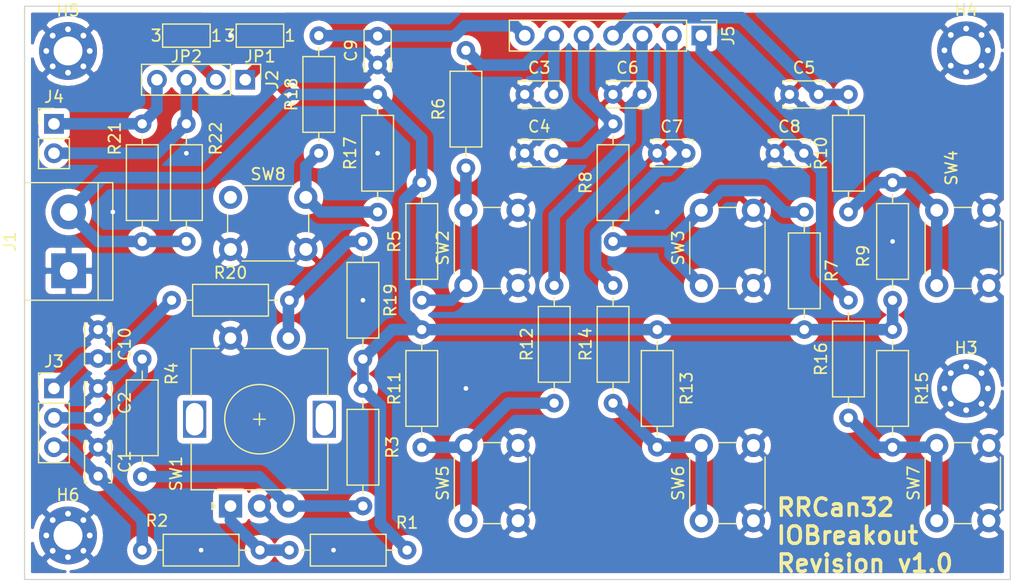
<source format=kicad_pcb>
(kicad_pcb (version 20171130) (host pcbnew "(5.1.2)-1")
  (layers (0 F.Cu signal) (31 B.Cu signal) (34 B.Paste user) (35 F.Paste user) (36 B.SilkS user) (37 F.SilkS user) (38 B.Mask user) (39 F.Mask user) (44 Edge.Cuts user))
  (net 0 "")
  (net 1 /Encoder_A)
  (net 2 GND)
  (net 3 /EncoderB)
  (net 4 /F0)
  (net 5 /F1)
  (net 6 /F2)
  (net 7 /F3)
  (net 8 /F4)
  (net 9 /Shift)
  (net 10 /Stop)
  (net 11 /Encoder_Button)
  (net 12 VCC)
  (net 13 /I2C_SCL)
  (net 14 /I2C_SDA)
  (net 15 "Net-(J2-Pad2)")
  (net 16 "Net-(J2-Pad1)")
  (net 17 "Net-(R1-Pad1)")
  (net 18 "Net-(R3-Pad1)")
  (net 19 "Net-(R5-Pad1)")
  (net 20 "Net-(R7-Pad1)")
  (net 21 "Net-(R10-Pad1)")
  (net 22 "Net-(R11-Pad1)")
  (net 23 "Net-(R13-Pad1)")
  (net 24 "Net-(R15-Pad1)")
  (net 25 "Net-(R17-Pad1)")
  (net 26 "Net-(R19-Pad1)")
  (module Resistor_THT:R_Axial_DIN0207_L6.3mm_D2.5mm_P10.16mm_Horizontal (layer F.Cu) (at 29.21 35.56 90)
    (fp_text reference R22 (at 8.89 2.54 90) (layer F.SilkS))
    (fp_text value 10k)
    (pad 2 thru_hole oval (at 10.16 0 90) (size 1.6 1.6) (drill 0.8) (layers *.Cu *.Mask) (net 14 /I2C_SDA))
    (pad 1 thru_hole circle (at 0 0 90) (size 1.6 1.6) (drill 0.8) (layers *.Cu *.Mask) (net 12 VCC))
  )
  (module Resistor_THT:R_Axial_DIN0207_L6.3mm_D2.5mm_P10.16mm_Horizontal (layer F.Cu) (at 25.4 35.56 90)
    (fp_text reference R21 (at 8.89 -2.37 90) (layer F.SilkS))
    (fp_text value 10k)
    (pad 2 thru_hole oval (at 10.16 0 90) (size 1.6 1.6) (drill 0.8) (layers *.Cu *.Mask) (net 13 /I2C_SCL))
    (pad 1 thru_hole circle (at 0 0 90) (size 1.6 1.6) (drill 0.8) (layers *.Cu *.Mask) (net 12 VCC))
  )
  (module Button_Switch_THT:SW_PUSH_6mm_H9.5mm (layer F.Cu) (at 33.02 31.75)
    (fp_text reference SW8 (at 3.25 -2) (layer F.SilkS))
    (fp_text value Stop)
    (pad 1 thru_hole circle (at 6.5 0 90) (size 2 2) (drill 1.1) (layers *.Cu *.Mask) (net 25 "Net-(R17-Pad1)"))
    (pad 2 thru_hole circle (at 6.5 4.5 90) (size 2 2) (drill 1.1) (layers *.Cu *.Mask) (net 2 GND))
    (pad 1 thru_hole circle (at 0 0 90) (size 2 2) (drill 1.1) (layers *.Cu *.Mask) (net 25 "Net-(R17-Pad1)"))
    (pad 2 thru_hole circle (at 0 4.5 90) (size 2 2) (drill 1.1) (layers *.Cu *.Mask) (net 2 GND))
  )
  (module Button_Switch_THT:SW_PUSH_6mm_H9.5mm (layer F.Cu) (at 93.98 59.69 90)
    (fp_text reference SW7 (at 3.25 -2 90) (layer F.SilkS))
    (fp_text value Shift)
    (pad 1 thru_hole circle (at 6.5 0 180) (size 2 2) (drill 1.1) (layers *.Cu *.Mask) (net 24 "Net-(R15-Pad1)"))
    (pad 2 thru_hole circle (at 6.5 4.5 180) (size 2 2) (drill 1.1) (layers *.Cu *.Mask) (net 2 GND))
    (pad 1 thru_hole circle (at 0 0 180) (size 2 2) (drill 1.1) (layers *.Cu *.Mask) (net 24 "Net-(R15-Pad1)"))
    (pad 2 thru_hole circle (at 0 4.5 180) (size 2 2) (drill 1.1) (layers *.Cu *.Mask) (net 2 GND))
  )
  (module Button_Switch_THT:SW_PUSH_6mm_H9.5mm (layer F.Cu) (at 73.66 59.69 90)
    (fp_text reference SW6 (at 3.25 -2 90) (layer F.SilkS))
    (fp_text value SW_F4)
    (pad 1 thru_hole circle (at 6.5 0 180) (size 2 2) (drill 1.1) (layers *.Cu *.Mask) (net 23 "Net-(R13-Pad1)"))
    (pad 2 thru_hole circle (at 6.5 4.5 180) (size 2 2) (drill 1.1) (layers *.Cu *.Mask) (net 2 GND))
    (pad 1 thru_hole circle (at 0 0 180) (size 2 2) (drill 1.1) (layers *.Cu *.Mask) (net 23 "Net-(R13-Pad1)"))
    (pad 2 thru_hole circle (at 0 4.5 180) (size 2 2) (drill 1.1) (layers *.Cu *.Mask) (net 2 GND))
  )
  (module Button_Switch_THT:SW_PUSH_6mm_H9.5mm (layer F.Cu) (at 53.34 59.69 90)
    (fp_text reference SW5 (at 3.25 -2 90) (layer F.SilkS))
    (fp_text value SW_F3)
    (pad 1 thru_hole circle (at 6.5 0 180) (size 2 2) (drill 1.1) (layers *.Cu *.Mask) (net 22 "Net-(R11-Pad1)"))
    (pad 2 thru_hole circle (at 6.5 4.5 180) (size 2 2) (drill 1.1) (layers *.Cu *.Mask) (net 2 GND))
    (pad 1 thru_hole circle (at 0 0 180) (size 2 2) (drill 1.1) (layers *.Cu *.Mask) (net 22 "Net-(R11-Pad1)"))
    (pad 2 thru_hole circle (at 0 4.5 180) (size 2 2) (drill 1.1) (layers *.Cu *.Mask) (net 2 GND))
  )
  (module Button_Switch_THT:SW_PUSH_6mm_H9.5mm (layer F.Cu) (at 93.98 39.37 90)
    (fp_text reference SW4 (at 10.16 1.27 90) (layer F.SilkS))
    (fp_text value SW_F2)
    (pad 1 thru_hole circle (at 6.5 0 180) (size 2 2) (drill 1.1) (layers *.Cu *.Mask) (net 21 "Net-(R10-Pad1)"))
    (pad 2 thru_hole circle (at 6.5 4.5 180) (size 2 2) (drill 1.1) (layers *.Cu *.Mask) (net 2 GND))
    (pad 1 thru_hole circle (at 0 0 180) (size 2 2) (drill 1.1) (layers *.Cu *.Mask) (net 21 "Net-(R10-Pad1)"))
    (pad 2 thru_hole circle (at 0 4.5 180) (size 2 2) (drill 1.1) (layers *.Cu *.Mask) (net 2 GND))
  )
  (module Button_Switch_THT:SW_PUSH_6mm_H9.5mm (layer F.Cu) (at 73.66 39.37 90)
    (fp_text reference SW3 (at 3.25 -2 90) (layer F.SilkS))
    (fp_text value SW_F1)
    (pad 1 thru_hole circle (at 6.5 0 180) (size 2 2) (drill 1.1) (layers *.Cu *.Mask) (net 20 "Net-(R7-Pad1)"))
    (pad 2 thru_hole circle (at 6.5 4.5 180) (size 2 2) (drill 1.1) (layers *.Cu *.Mask) (net 2 GND))
    (pad 1 thru_hole circle (at 0 0 180) (size 2 2) (drill 1.1) (layers *.Cu *.Mask) (net 20 "Net-(R7-Pad1)"))
    (pad 2 thru_hole circle (at 0 4.5 180) (size 2 2) (drill 1.1) (layers *.Cu *.Mask) (net 2 GND))
  )
  (module Button_Switch_THT:SW_PUSH_6mm_H9.5mm (layer F.Cu) (at 53.34 39.37 90)
    (fp_text reference SW2 (at 3.25 -2 90) (layer F.SilkS))
    (fp_text value SW_F0)
    (pad 1 thru_hole circle (at 6.5 0 180) (size 2 2) (drill 1.1) (layers *.Cu *.Mask) (net 19 "Net-(R5-Pad1)"))
    (pad 2 thru_hole circle (at 6.5 4.5 180) (size 2 2) (drill 1.1) (layers *.Cu *.Mask) (net 2 GND))
    (pad 1 thru_hole circle (at 0 0 180) (size 2 2) (drill 1.1) (layers *.Cu *.Mask) (net 19 "Net-(R5-Pad1)"))
    (pad 2 thru_hole circle (at 0 4.5 180) (size 2 2) (drill 1.1) (layers *.Cu *.Mask) (net 2 GND))
  )
  (module Rotary_Encoder:RotaryEncoder_Alps_EC11E-Switch_Vertical_H20mm (layer F.Cu) (at 33.02 58.42 90)
    (fp_text reference SW1 (at 2.8 -4.7 90) (layer F.SilkS))
    (fp_text value Rotary_Encoder_Switch)
    (pad A thru_hole rect (at 0 0 90) (size 2 2) (drill 1) (layers *.Cu *.Mask) (net 17 "Net-(R1-Pad1)"))
    (pad C thru_hole circle (at 0 2.5 90) (size 2 2) (drill 1) (layers *.Cu *.Mask) (net 2 GND))
    (pad B thru_hole circle (at 0 5 90) (size 2 2) (drill 1) (layers *.Cu *.Mask) (net 18 "Net-(R3-Pad1)"))
    (pad MP thru_hole rect (at 7.5 -3.1 90) (size 3.2 2) (drill oval 2.8 1.5) (layers *.Cu *.Mask))
    (pad MP thru_hole rect (at 7.5 8.1 90) (size 3.2 2) (drill oval 2.8 1.5) (layers *.Cu *.Mask))
    (pad S2 thru_hole circle (at 14.5 0 90) (size 2 2) (drill 1) (layers *.Cu *.Mask) (net 2 GND))
    (pad S1 thru_hole circle (at 14.5 5 90) (size 2 2) (drill 1) (layers *.Cu *.Mask) (net 26 "Net-(R19-Pad1)"))
  )
  (module Resistor_THT:R_Axial_DIN0207_L6.3mm_D2.5mm_P10.16mm_Horizontal (layer F.Cu) (at 27.94 40.64)
    (fp_text reference R20 (at 5.08 -2.37) (layer F.SilkS))
    (fp_text value 10k)
    (pad 2 thru_hole oval (at 10.16 0) (size 1.6 1.6) (drill 0.8) (layers *.Cu *.Mask) (net 26 "Net-(R19-Pad1)"))
    (pad 1 thru_hole circle (at 0 0) (size 1.6 1.6) (drill 0.8) (layers *.Cu *.Mask) (net 11 /Encoder_Button))
  )
  (module Resistor_THT:R_Axial_DIN0207_L6.3mm_D2.5mm_P10.16mm_Horizontal (layer F.Cu) (at 44.45 35.56 270)
    (fp_text reference R19 (at 5.08 -2.37 90) (layer F.SilkS))
    (fp_text value 10k)
    (pad 2 thru_hole oval (at 10.16 0 270) (size 1.6 1.6) (drill 0.8) (layers *.Cu *.Mask) (net 12 VCC))
    (pad 1 thru_hole circle (at 0 0 270) (size 1.6 1.6) (drill 0.8) (layers *.Cu *.Mask) (net 26 "Net-(R19-Pad1)"))
  )
  (module Resistor_THT:R_Axial_DIN0207_L6.3mm_D2.5mm_P10.16mm_Horizontal (layer F.Cu) (at 40.64 27.94 90)
    (fp_text reference R18 (at 5.08 -2.37 90) (layer F.SilkS))
    (fp_text value 10k)
    (pad 2 thru_hole oval (at 10.16 0 90) (size 1.6 1.6) (drill 0.8) (layers *.Cu *.Mask) (net 10 /Stop))
    (pad 1 thru_hole circle (at 0 0 90) (size 1.6 1.6) (drill 0.8) (layers *.Cu *.Mask) (net 25 "Net-(R17-Pad1)"))
  )
  (module Resistor_THT:R_Axial_DIN0207_L6.3mm_D2.5mm_P10.16mm_Horizontal (layer F.Cu) (at 45.72 33.02 90)
    (fp_text reference R17 (at 5.08 -2.37 90) (layer F.SilkS))
    (fp_text value 10k)
    (pad 2 thru_hole oval (at 10.16 0 90) (size 1.6 1.6) (drill 0.8) (layers *.Cu *.Mask) (net 12 VCC))
    (pad 1 thru_hole circle (at 0 0 90) (size 1.6 1.6) (drill 0.8) (layers *.Cu *.Mask) (net 25 "Net-(R17-Pad1)"))
  )
  (module Resistor_THT:R_Axial_DIN0207_L6.3mm_D2.5mm_P10.16mm_Horizontal (layer F.Cu) (at 86.36 50.8 90)
    (fp_text reference R16 (at 5.08 -2.37 90) (layer F.SilkS))
    (fp_text value 10k)
    (pad 2 thru_hole oval (at 10.16 0 90) (size 1.6 1.6) (drill 0.8) (layers *.Cu *.Mask) (net 9 /Shift))
    (pad 1 thru_hole circle (at 0 0 90) (size 1.6 1.6) (drill 0.8) (layers *.Cu *.Mask) (net 24 "Net-(R15-Pad1)"))
  )
  (module Resistor_THT:R_Axial_DIN0207_L6.3mm_D2.5mm_P10.16mm_Horizontal (layer F.Cu) (at 90.17 53.34 90)
    (fp_text reference R15 (at 5.08 2.54 90) (layer F.SilkS))
    (fp_text value 10k)
    (pad 2 thru_hole oval (at 10.16 0 90) (size 1.6 1.6) (drill 0.8) (layers *.Cu *.Mask) (net 12 VCC))
    (pad 1 thru_hole circle (at 0 0 90) (size 1.6 1.6) (drill 0.8) (layers *.Cu *.Mask) (net 24 "Net-(R15-Pad1)"))
  )
  (module Resistor_THT:R_Axial_DIN0207_L6.3mm_D2.5mm_P10.16mm_Horizontal (layer F.Cu) (at 66.04 49.53 90)
    (fp_text reference R14 (at 5.08 -2.37 90) (layer F.SilkS))
    (fp_text value 10k)
    (pad 2 thru_hole oval (at 10.16 0 90) (size 1.6 1.6) (drill 0.8) (layers *.Cu *.Mask) (net 8 /F4))
    (pad 1 thru_hole circle (at 0 0 90) (size 1.6 1.6) (drill 0.8) (layers *.Cu *.Mask) (net 23 "Net-(R13-Pad1)"))
  )
  (module Resistor_THT:R_Axial_DIN0207_L6.3mm_D2.5mm_P10.16mm_Horizontal (layer F.Cu) (at 69.85 53.34 90)
    (fp_text reference R13 (at 5.08 2.54 90) (layer F.SilkS))
    (fp_text value 10k)
    (pad 2 thru_hole oval (at 10.16 0 90) (size 1.6 1.6) (drill 0.8) (layers *.Cu *.Mask) (net 12 VCC))
    (pad 1 thru_hole circle (at 0 0 90) (size 1.6 1.6) (drill 0.8) (layers *.Cu *.Mask) (net 23 "Net-(R13-Pad1)"))
  )
  (module Resistor_THT:R_Axial_DIN0207_L6.3mm_D2.5mm_P10.16mm_Horizontal (layer F.Cu) (at 60.96 49.53 90)
    (fp_text reference R12 (at 5.08 -2.37 90) (layer F.SilkS))
    (fp_text value 10k)
    (pad 2 thru_hole oval (at 10.16 0 90) (size 1.6 1.6) (drill 0.8) (layers *.Cu *.Mask) (net 7 /F3))
    (pad 1 thru_hole circle (at 0 0 90) (size 1.6 1.6) (drill 0.8) (layers *.Cu *.Mask) (net 22 "Net-(R11-Pad1)"))
  )
  (module Resistor_THT:R_Axial_DIN0207_L6.3mm_D2.5mm_P10.16mm_Horizontal (layer F.Cu) (at 49.53 53.34 90)
    (fp_text reference R11 (at 5.08 -2.37 90) (layer F.SilkS))
    (fp_text value 10k)
    (pad 2 thru_hole oval (at 10.16 0 90) (size 1.6 1.6) (drill 0.8) (layers *.Cu *.Mask) (net 12 VCC))
    (pad 1 thru_hole circle (at 0 0 90) (size 1.6 1.6) (drill 0.8) (layers *.Cu *.Mask) (net 22 "Net-(R11-Pad1)"))
  )
  (module Resistor_THT:R_Axial_DIN0207_L6.3mm_D2.5mm_P10.16mm_Horizontal (layer F.Cu) (at 86.36 33.02 90)
    (fp_text reference R10 (at 5.08 -2.37 90) (layer F.SilkS))
    (fp_text value 10k)
    (pad 2 thru_hole oval (at 10.16 0 90) (size 1.6 1.6) (drill 0.8) (layers *.Cu *.Mask) (net 6 /F2))
    (pad 1 thru_hole circle (at 0 0 90) (size 1.6 1.6) (drill 0.8) (layers *.Cu *.Mask) (net 21 "Net-(R10-Pad1)"))
  )
  (module Resistor_THT:R_Axial_DIN0207_L6.3mm_D2.5mm_P10.16mm_Horizontal (layer F.Cu) (at 90.17 30.48 270)
    (fp_text reference R9 (at 6.35 2.54 90) (layer F.SilkS))
    (fp_text value 10k)
    (pad 2 thru_hole oval (at 10.16 0 270) (size 1.6 1.6) (drill 0.8) (layers *.Cu *.Mask) (net 12 VCC))
    (pad 1 thru_hole circle (at 0 0 270) (size 1.6 1.6) (drill 0.8) (layers *.Cu *.Mask) (net 21 "Net-(R10-Pad1)"))
  )
  (module Resistor_THT:R_Axial_DIN0207_L6.3mm_D2.5mm_P10.16mm_Horizontal (layer F.Cu) (at 66.04 35.56 90)
    (fp_text reference R8 (at 5.08 -2.37 90) (layer F.SilkS))
    (fp_text value 10k)
    (pad 2 thru_hole oval (at 10.16 0 90) (size 1.6 1.6) (drill 0.8) (layers *.Cu *.Mask) (net 5 /F1))
    (pad 1 thru_hole circle (at 0 0 90) (size 1.6 1.6) (drill 0.8) (layers *.Cu *.Mask) (net 20 "Net-(R7-Pad1)"))
  )
  (module Resistor_THT:R_Axial_DIN0207_L6.3mm_D2.5mm_P10.16mm_Horizontal (layer F.Cu) (at 82.55 33.02 270)
    (fp_text reference R7 (at 5.08 -2.37 90) (layer F.SilkS))
    (fp_text value 10k)
    (pad 2 thru_hole oval (at 10.16 0 270) (size 1.6 1.6) (drill 0.8) (layers *.Cu *.Mask) (net 12 VCC))
    (pad 1 thru_hole circle (at 0 0 270) (size 1.6 1.6) (drill 0.8) (layers *.Cu *.Mask) (net 20 "Net-(R7-Pad1)"))
  )
  (module Resistor_THT:R_Axial_DIN0207_L6.3mm_D2.5mm_P10.16mm_Horizontal (layer F.Cu) (at 53.34 29.21 90)
    (fp_text reference R6 (at 5.08 -2.37 90) (layer F.SilkS))
    (fp_text value 10k)
    (pad 2 thru_hole oval (at 10.16 0 90) (size 1.6 1.6) (drill 0.8) (layers *.Cu *.Mask) (net 4 /F0))
    (pad 1 thru_hole circle (at 0 0 90) (size 1.6 1.6) (drill 0.8) (layers *.Cu *.Mask) (net 19 "Net-(R5-Pad1)"))
  )
  (module Resistor_THT:R_Axial_DIN0207_L6.3mm_D2.5mm_P10.16mm_Horizontal (layer F.Cu) (at 49.53 40.64 90)
    (fp_text reference R5 (at 5.08 -2.37 90) (layer F.SilkS))
    (fp_text value 10k)
    (pad 2 thru_hole oval (at 10.16 0 90) (size 1.6 1.6) (drill 0.8) (layers *.Cu *.Mask) (net 12 VCC))
    (pad 1 thru_hole circle (at 0 0 90) (size 1.6 1.6) (drill 0.8) (layers *.Cu *.Mask) (net 19 "Net-(R5-Pad1)"))
  )
  (module Resistor_THT:R_Axial_DIN0207_L6.3mm_D2.5mm_P10.16mm_Horizontal (layer F.Cu) (at 25.4 55.88 90)
    (fp_text reference R4 (at 8.89 2.54 90) (layer F.SilkS))
    (fp_text value 10k)
    (pad 2 thru_hole oval (at 10.16 0 90) (size 1.6 1.6) (drill 0.8) (layers *.Cu *.Mask) (net 3 /EncoderB))
    (pad 1 thru_hole circle (at 0 0 90) (size 1.6 1.6) (drill 0.8) (layers *.Cu *.Mask) (net 18 "Net-(R3-Pad1)"))
  )
  (module Resistor_THT:R_Axial_DIN0207_L6.3mm_D2.5mm_P10.16mm_Horizontal (layer F.Cu) (at 44.45 58.42 90)
    (fp_text reference R3 (at 5.08 2.54 90) (layer F.SilkS))
    (fp_text value 10k)
    (pad 2 thru_hole oval (at 10.16 0 90) (size 1.6 1.6) (drill 0.8) (layers *.Cu *.Mask) (net 12 VCC))
    (pad 1 thru_hole circle (at 0 0 90) (size 1.6 1.6) (drill 0.8) (layers *.Cu *.Mask) (net 18 "Net-(R3-Pad1)"))
  )
  (module Resistor_THT:R_Axial_DIN0207_L6.3mm_D2.5mm_P10.16mm_Horizontal (layer F.Cu) (at 35.56 62.23 180)
    (fp_text reference R2 (at 8.89 2.54) (layer F.SilkS))
    (fp_text value 10k)
    (pad 2 thru_hole oval (at 10.16 0 180) (size 1.6 1.6) (drill 0.8) (layers *.Cu *.Mask) (net 1 /Encoder_A))
    (pad 1 thru_hole circle (at 0 0 180) (size 1.6 1.6) (drill 0.8) (layers *.Cu *.Mask) (net 17 "Net-(R1-Pad1)"))
  )
  (module Resistor_THT:R_Axial_DIN0207_L6.3mm_D2.5mm_P10.16mm_Horizontal (layer F.Cu) (at 38.1 62.23)
    (fp_text reference R1 (at 10.16 -2.37) (layer F.SilkS))
    (fp_text value 10k)
    (pad 2 thru_hole oval (at 10.16 0) (size 1.6 1.6) (drill 0.8) (layers *.Cu *.Mask) (net 12 VCC))
    (pad 1 thru_hole circle (at 0 0) (size 1.6 1.6) (drill 0.8) (layers *.Cu *.Mask) (net 17 "Net-(R1-Pad1)"))
  )
  (module Jumper:SolderJumper-3_P1.3mm_Open_Pad1.0x1.5mm_NumberLabels (layer F.Cu) (at 29.21 17.78 180)
    (fp_text reference JP2 (at 0 -1.8) (layer F.SilkS))
    (fp_text value PIN2)
    (fp_text user 1 (at -2.6 0) (layer F.SilkS))
    (fp_text user 3 (at 2.6 0) (layer F.SilkS))
    (pad 1 smd rect (at -1.3 0 180) (size 1 1.5) (layers F.Cu F.Mask) (net 12 VCC))
    (pad 2 smd rect (at 0 0 180) (size 1 1.5) (layers F.Cu F.Mask) (net 15 "Net-(J2-Pad2)"))
    (pad 3 smd rect (at 1.3 0 180) (size 1 1.5) (layers F.Cu F.Mask) (net 2 GND))
  )
  (module Jumper:SolderJumper-3_P1.3mm_Open_Pad1.0x1.5mm_NumberLabels (layer F.Cu) (at 35.56 17.78 180)
    (fp_text reference JP1 (at 0 -1.8) (layer F.SilkS))
    (fp_text value PIN1)
    (fp_text user 1 (at -2.6 0) (layer F.SilkS))
    (fp_text user 3 (at 2.6 0) (layer F.SilkS))
    (pad 1 smd rect (at -1.3 0 180) (size 1 1.5) (layers F.Cu F.Mask) (net 12 VCC))
    (pad 2 smd rect (at 0 0 180) (size 1 1.5) (layers F.Cu F.Mask) (net 16 "Net-(J2-Pad1)"))
    (pad 3 smd rect (at 1.3 0 180) (size 1 1.5) (layers F.Cu F.Mask) (net 2 GND))
  )
  (module Connector_PinHeader_2.54mm:PinHeader_1x07_P2.54mm_Vertical (layer F.Cu) (at 73.66 17.78 270)
    (fp_text reference J5 (at 0 -2.33 90) (layer F.SilkS))
    (fp_text value Buttons)
    (pad 7 thru_hole oval (at 0 15.24 270) (size 1.7 1.7) (drill 1) (layers *.Cu *.Mask) (net 10 /Stop))
    (pad 6 thru_hole oval (at 0 12.7 270) (size 1.7 1.7) (drill 1) (layers *.Cu *.Mask) (net 4 /F0))
    (pad 5 thru_hole oval (at 0 10.16 270) (size 1.7 1.7) (drill 1) (layers *.Cu *.Mask) (net 5 /F1))
    (pad 4 thru_hole oval (at 0 7.62 270) (size 1.7 1.7) (drill 1) (layers *.Cu *.Mask) (net 6 /F2))
    (pad 3 thru_hole oval (at 0 5.08 270) (size 1.7 1.7) (drill 1) (layers *.Cu *.Mask) (net 7 /F3))
    (pad 2 thru_hole oval (at 0 2.54 270) (size 1.7 1.7) (drill 1) (layers *.Cu *.Mask) (net 8 /F4))
    (pad 1 thru_hole rect (at 0 0 270) (size 1.7 1.7) (drill 1) (layers *.Cu *.Mask) (net 9 /Shift))
  )
  (module Connector_PinHeader_2.54mm:PinHeader_1x02_P2.54mm_Vertical (layer F.Cu) (at 17.78 25.4)
    (fp_text reference J4 (at 0 -2.33) (layer F.SilkS))
    (fp_text value I2C)
    (pad 2 thru_hole oval (at 0 2.54) (size 1.7 1.7) (drill 1) (layers *.Cu *.Mask) (net 14 /I2C_SDA))
    (pad 1 thru_hole rect (at 0 0) (size 1.7 1.7) (drill 1) (layers *.Cu *.Mask) (net 13 /I2C_SCL))
  )
  (module Connector_PinHeader_2.54mm:PinHeader_1x03_P2.54mm_Vertical (layer F.Cu) (at 17.78 48.26)
    (fp_text reference J3 (at 0 -2.33) (layer F.SilkS))
    (fp_text value Encoder)
    (pad 3 thru_hole oval (at 0 5.08) (size 1.7 1.7) (drill 1) (layers *.Cu *.Mask) (net 1 /Encoder_A))
    (pad 2 thru_hole oval (at 0 2.54) (size 1.7 1.7) (drill 1) (layers *.Cu *.Mask) (net 3 /EncoderB))
    (pad 1 thru_hole rect (at 0 0) (size 1.7 1.7) (drill 1) (layers *.Cu *.Mask) (net 11 /Encoder_Button))
  )
  (module Connector_PinHeader_2.54mm:PinHeader_1x04_P2.54mm_Vertical (layer F.Cu) (at 34.29 21.59 270)
    (fp_text reference J2 (at 0 -2.33 90) (layer F.SilkS))
    (fp_text value "LCD Header")
    (pad 4 thru_hole oval (at 0 7.62 270) (size 1.7 1.7) (drill 1) (layers *.Cu *.Mask) (net 13 /I2C_SCL))
    (pad 3 thru_hole oval (at 0 5.08 270) (size 1.7 1.7) (drill 1) (layers *.Cu *.Mask) (net 14 /I2C_SDA))
    (pad 2 thru_hole oval (at 0 2.54 270) (size 1.7 1.7) (drill 1) (layers *.Cu *.Mask) (net 15 "Net-(J2-Pad2)"))
    (pad 1 thru_hole rect (at 0 0 270) (size 1.7 1.7) (drill 1) (layers *.Cu *.Mask) (net 16 "Net-(J2-Pad1)"))
  )
  (module TerminalBlock:TerminalBlock_bornier-2_P5.08mm (layer F.Cu) (at 19.05 38.1 90)
    (fp_text reference J1 (at 2.54 -5.08 90) (layer F.SilkS))
    (fp_text value Power)
    (pad 2 thru_hole circle (at 5.08 0 90) (size 3 3) (drill 1.52) (layers *.Cu *.Mask) (net 12 VCC))
    (pad 1 thru_hole rect (at 0 0 90) (size 3 3) (drill 1.52) (layers *.Cu *.Mask) (net 2 GND))
  )
  (module MountingHole:MountingHole_2.5mm_Pad_Via (layer F.Cu) (at 18.994175 60.96)
    (fp_text reference H6 (at 0 -3.5) (layer F.SilkS))
    (fp_text value "PCB Screw")
    (pad 1 thru_hole circle (at 0 0) (size 5 5) (drill 2.5) (layers *.Cu *.Mask) (net 2 GND))
    (pad 1 thru_hole circle (at 1.875 0) (size 0.8 0.8) (drill 0.5) (layers *.Cu *.Mask) (net 2 GND))
    (pad 1 thru_hole circle (at 1.325825 1.325825) (size 0.8 0.8) (drill 0.5) (layers *.Cu *.Mask) (net 2 GND))
    (pad 1 thru_hole circle (at 0 1.875) (size 0.8 0.8) (drill 0.5) (layers *.Cu *.Mask) (net 2 GND))
    (pad 1 thru_hole circle (at -1.325825 1.325825) (size 0.8 0.8) (drill 0.5) (layers *.Cu *.Mask) (net 2 GND))
    (pad 1 thru_hole circle (at -1.875 0) (size 0.8 0.8) (drill 0.5) (layers *.Cu *.Mask) (net 2 GND))
    (pad 1 thru_hole circle (at -1.325825 -1.325825) (size 0.8 0.8) (drill 0.5) (layers *.Cu *.Mask) (net 2 GND))
    (pad 1 thru_hole circle (at 0 -1.875) (size 0.8 0.8) (drill 0.5) (layers *.Cu *.Mask) (net 2 GND))
    (pad 1 thru_hole circle (at 1.325825 -1.325825) (size 0.8 0.8) (drill 0.5) (layers *.Cu *.Mask) (net 2 GND))
  )
  (module MountingHole:MountingHole_2.5mm_Pad_Via (layer F.Cu) (at 18.994175 19.105825)
    (fp_text reference H5 (at 0 -3.5) (layer F.SilkS))
    (fp_text value "PCB Screw")
    (pad 1 thru_hole circle (at 1.325825 -1.325825) (size 0.8 0.8) (drill 0.5) (layers *.Cu *.Mask) (net 2 GND))
    (pad 1 thru_hole circle (at 0 -1.875) (size 0.8 0.8) (drill 0.5) (layers *.Cu *.Mask) (net 2 GND))
    (pad 1 thru_hole circle (at -1.325825 -1.325825) (size 0.8 0.8) (drill 0.5) (layers *.Cu *.Mask) (net 2 GND))
    (pad 1 thru_hole circle (at -1.875 0) (size 0.8 0.8) (drill 0.5) (layers *.Cu *.Mask) (net 2 GND))
    (pad 1 thru_hole circle (at -1.325825 1.325825) (size 0.8 0.8) (drill 0.5) (layers *.Cu *.Mask) (net 2 GND))
    (pad 1 thru_hole circle (at 0 1.875) (size 0.8 0.8) (drill 0.5) (layers *.Cu *.Mask) (net 2 GND))
    (pad 1 thru_hole circle (at 1.325825 1.325825) (size 0.8 0.8) (drill 0.5) (layers *.Cu *.Mask) (net 2 GND))
    (pad 1 thru_hole circle (at 1.875 0) (size 0.8 0.8) (drill 0.5) (layers *.Cu *.Mask) (net 2 GND))
    (pad 1 thru_hole circle (at 0 0) (size 5 5) (drill 2.5) (layers *.Cu *.Mask) (net 2 GND))
  )
  (module MountingHole:MountingHole_2.5mm_Pad_Via (layer F.Cu) (at 96.52 19.05)
    (fp_text reference H4 (at 0 -3.5) (layer F.SilkS))
    (fp_text value "PCB Screw")
    (pad 1 thru_hole circle (at 1.325825 -1.325825) (size 0.8 0.8) (drill 0.5) (layers *.Cu *.Mask) (net 2 GND))
    (pad 1 thru_hole circle (at 0 -1.875) (size 0.8 0.8) (drill 0.5) (layers *.Cu *.Mask) (net 2 GND))
    (pad 1 thru_hole circle (at -1.325825 -1.325825) (size 0.8 0.8) (drill 0.5) (layers *.Cu *.Mask) (net 2 GND))
    (pad 1 thru_hole circle (at -1.875 0) (size 0.8 0.8) (drill 0.5) (layers *.Cu *.Mask) (net 2 GND))
    (pad 1 thru_hole circle (at -1.325825 1.325825) (size 0.8 0.8) (drill 0.5) (layers *.Cu *.Mask) (net 2 GND))
    (pad 1 thru_hole circle (at 0 1.875) (size 0.8 0.8) (drill 0.5) (layers *.Cu *.Mask) (net 2 GND))
    (pad 1 thru_hole circle (at 1.325825 1.325825) (size 0.8 0.8) (drill 0.5) (layers *.Cu *.Mask) (net 2 GND))
    (pad 1 thru_hole circle (at 1.875 0) (size 0.8 0.8) (drill 0.5) (layers *.Cu *.Mask) (net 2 GND))
    (pad 1 thru_hole circle (at 0 0) (size 5 5) (drill 2.5) (layers *.Cu *.Mask) (net 2 GND))
  )
  (module MountingHole:MountingHole_2.5mm_Pad_Via (layer F.Cu) (at 96.52 48.26)
    (fp_text reference H3 (at 0 -3.5) (layer F.SilkS))
    (fp_text value "PCB Screw")
    (pad 1 thru_hole circle (at 1.325825 -1.325825) (size 0.8 0.8) (drill 0.5) (layers *.Cu *.Mask) (net 2 GND))
    (pad 1 thru_hole circle (at 0 -1.875) (size 0.8 0.8) (drill 0.5) (layers *.Cu *.Mask) (net 2 GND))
    (pad 1 thru_hole circle (at -1.325825 -1.325825) (size 0.8 0.8) (drill 0.5) (layers *.Cu *.Mask) (net 2 GND))
    (pad 1 thru_hole circle (at -1.875 0) (size 0.8 0.8) (drill 0.5) (layers *.Cu *.Mask) (net 2 GND))
    (pad 1 thru_hole circle (at -1.325825 1.325825) (size 0.8 0.8) (drill 0.5) (layers *.Cu *.Mask) (net 2 GND))
    (pad 1 thru_hole circle (at 0 1.875) (size 0.8 0.8) (drill 0.5) (layers *.Cu *.Mask) (net 2 GND))
    (pad 1 thru_hole circle (at 1.325825 1.325825) (size 0.8 0.8) (drill 0.5) (layers *.Cu *.Mask) (net 2 GND))
    (pad 1 thru_hole circle (at 1.875 0) (size 0.8 0.8) (drill 0.5) (layers *.Cu *.Mask) (net 2 GND))
    (pad 1 thru_hole circle (at 0 0) (size 5 5) (drill 2.5) (layers *.Cu *.Mask) (net 2 GND))
  )
  (module Capacitor_THT:C_Disc_D3.4mm_W2.1mm_P2.50mm (layer F.Cu) (at 21.59 43.18 270)
    (fp_text reference C10 (at 1.25 -2.3 90) (layer F.SilkS))
    (fp_text value 10n)
    (pad 2 thru_hole circle (at 2.5 0 270) (size 1.6 1.6) (drill 0.8) (layers *.Cu *.Mask) (net 11 /Encoder_Button))
    (pad 1 thru_hole circle (at 0 0 270) (size 1.6 1.6) (drill 0.8) (layers *.Cu *.Mask) (net 2 GND))
  )
  (module Capacitor_THT:C_Disc_D3.4mm_W2.1mm_P2.50mm (layer F.Cu) (at 45.72 20.32 90)
    (fp_text reference C9 (at 1.25 -2.3 90) (layer F.SilkS))
    (fp_text value 10n)
    (pad 2 thru_hole circle (at 2.5 0 90) (size 1.6 1.6) (drill 0.8) (layers *.Cu *.Mask) (net 10 /Stop))
    (pad 1 thru_hole circle (at 0 0 90) (size 1.6 1.6) (drill 0.8) (layers *.Cu *.Mask) (net 2 GND))
  )
  (module Capacitor_THT:C_Disc_D3.4mm_W2.1mm_P2.50mm (layer F.Cu) (at 80.01 27.94)
    (fp_text reference C8 (at 1.25 -2.3) (layer F.SilkS))
    (fp_text value 10n)
    (pad 2 thru_hole circle (at 2.5 0) (size 1.6 1.6) (drill 0.8) (layers *.Cu *.Mask) (net 9 /Shift))
    (pad 1 thru_hole circle (at 0 0) (size 1.6 1.6) (drill 0.8) (layers *.Cu *.Mask) (net 2 GND))
  )
  (module Capacitor_THT:C_Disc_D3.4mm_W2.1mm_P2.50mm (layer F.Cu) (at 69.85 27.94)
    (fp_text reference C7 (at 1.25 -2.3) (layer F.SilkS))
    (fp_text value 10n)
    (pad 2 thru_hole circle (at 2.5 0) (size 1.6 1.6) (drill 0.8) (layers *.Cu *.Mask) (net 8 /F4))
    (pad 1 thru_hole circle (at 0 0) (size 1.6 1.6) (drill 0.8) (layers *.Cu *.Mask) (net 2 GND))
  )
  (module Capacitor_THT:C_Disc_D3.4mm_W2.1mm_P2.50mm (layer F.Cu) (at 66.04 22.86)
    (fp_text reference C6 (at 1.25 -2.3) (layer F.SilkS))
    (fp_text value 10n)
    (pad 2 thru_hole circle (at 2.5 0) (size 1.6 1.6) (drill 0.8) (layers *.Cu *.Mask) (net 7 /F3))
    (pad 1 thru_hole circle (at 0 0) (size 1.6 1.6) (drill 0.8) (layers *.Cu *.Mask) (net 2 GND))
  )
  (module Capacitor_THT:C_Disc_D3.4mm_W2.1mm_P2.50mm (layer F.Cu) (at 81.28 22.86)
    (fp_text reference C5 (at 1.25 -2.3) (layer F.SilkS))
    (fp_text value 10n)
    (pad 2 thru_hole circle (at 2.5 0) (size 1.6 1.6) (drill 0.8) (layers *.Cu *.Mask) (net 6 /F2))
    (pad 1 thru_hole circle (at 0 0) (size 1.6 1.6) (drill 0.8) (layers *.Cu *.Mask) (net 2 GND))
  )
  (module Capacitor_THT:C_Disc_D3.4mm_W2.1mm_P2.50mm (layer F.Cu) (at 58.42 27.94)
    (fp_text reference C4 (at 1.25 -2.3) (layer F.SilkS))
    (fp_text value 10n)
    (pad 2 thru_hole circle (at 2.5 0) (size 1.6 1.6) (drill 0.8) (layers *.Cu *.Mask) (net 5 /F1))
    (pad 1 thru_hole circle (at 0 0) (size 1.6 1.6) (drill 0.8) (layers *.Cu *.Mask) (net 2 GND))
  )
  (module Capacitor_THT:C_Disc_D3.4mm_W2.1mm_P2.50mm (layer F.Cu) (at 58.42 22.86)
    (fp_text reference C3 (at 1.25 -2.3) (layer F.SilkS))
    (fp_text value 10n)
    (pad 2 thru_hole circle (at 2.5 0) (size 1.6 1.6) (drill 0.8) (layers *.Cu *.Mask) (net 4 /F0))
    (pad 1 thru_hole circle (at 0 0) (size 1.6 1.6) (drill 0.8) (layers *.Cu *.Mask) (net 2 GND))
  )
  (module Capacitor_THT:C_Disc_D3.4mm_W2.1mm_P2.50mm (layer F.Cu) (at 21.59 48.26 270)
    (fp_text reference C2 (at 1.25 -2.3 270) (layer F.SilkS))
    (fp_text value 10n)
    (pad 2 thru_hole circle (at 2.5 0 270) (size 1.6 1.6) (drill 0.8) (layers *.Cu *.Mask) (net 3 /EncoderB))
    (pad 1 thru_hole circle (at 0 0 270) (size 1.6 1.6) (drill 0.8) (layers *.Cu *.Mask) (net 2 GND))
  )
  (module Capacitor_THT:C_Disc_D3.4mm_W2.1mm_P2.50mm (layer F.Cu) (at 21.59 53.34 270)
    (fp_text reference C1 (at 1.25 -2.3 90) (layer F.SilkS))
    (fp_text value 10n)
    (pad 2 thru_hole circle (at 2.5 0 270) (size 1.6 1.6) (drill 0.8) (layers *.Cu *.Mask) (net 1 /Encoder_A))
    (pad 1 thru_hole circle (at 0 0 270) (size 1.6 1.6) (drill 0.8) (layers *.Cu *.Mask) (net 2 GND))
  )
  (gr_text "RRCan32\nIOBreakout\nRevision v1.0" (at 80.01 60.96) (layer F.SilkS) (effects (font (size 1.5 1.5) (thickness 0.3)) (justify left)))
  (gr_line (start 15.24 64.77) (end 15.24 15.24) (layer Edge.Cuts) (width 0.1))
  (gr_line (start 100.33 64.77) (end 15.24 64.77) (layer Edge.Cuts) (width 0.1))
  (gr_line (start 100.33 15.24) (end 100.33 64.77) (layer Edge.Cuts) (width 0.1))
  (gr_line (start 15.24 15.24) (end 100.33 15.24) (layer Edge.Cuts) (width 0.1))
  (segment (start 19.09 53.34) (end 21.59 55.84) (width 1) (layer B.Cu) (net 1))
  (segment (start 17.78 53.34) (end 19.09 53.34) (width 1) (layer B.Cu) (net 1))
  (segment (start 21.59 55.84) (end 25.4 59.65) (width 1) (layer B.Cu) (net 1))
  (segment (start 25.4 59.65) (end 25.4 62.23) (width 1) (layer B.Cu) (net 1))
  (via (at 33.02 17.78) (size 0.8) (drill 0.4) (layers F.Cu B.Cu) (net 2))
  (via (at 45.72 27.94) (size 0.8) (drill 0.4) (layers F.Cu B.Cu) (net 2))
  (via (at 44.45 40.64) (size 0.8) (drill 0.4) (layers F.Cu B.Cu) (net 2))
  (via (at 53.34 48.26) (size 0.8) (drill 0.4) (layers F.Cu B.Cu) (net 2))
  (via (at 41.91 62.23) (size 0.8) (drill 0.4) (layers F.Cu B.Cu) (net 2))
  (via (at 30.48 62.23) (size 0.8) (drill 0.4) (layers F.Cu B.Cu) (net 2))
  (via (at 22.86 33.02) (size 0.8) (drill 0.4) (layers F.Cu B.Cu) (net 2))
  (via (at 29.21 27.94) (size 0.8) (drill 0.4) (layers F.Cu B.Cu) (net 2))
  (via (at 69.85 33.02) (size 0.8) (drill 0.4) (layers F.Cu B.Cu) (net 2))
  (via (at 90.17 35.56) (size 0.8) (drill 0.4) (layers F.Cu B.Cu) (net 2))
  (via (at 38.1 22.86) (size 0.8) (drill 0.4) (layers F.Cu B.Cu) (net 12))
  (segment (start 21.55 50.8) (end 21.59 50.84) (width 1) (layer B.Cu) (net 3))
  (segment (start 17.78 50.8) (end 21.55 50.8) (width 1) (layer B.Cu) (net 3))
  (segment (start 25.4 47.03) (end 21.59 50.84) (width 1) (layer B.Cu) (net 3))
  (segment (start 25.4 45.72) (end 25.4 47.03) (width 1) (layer B.Cu) (net 3))
  (segment (start 60.110001 18.629999) (end 60.96 17.78) (width 1) (layer B.Cu) (net 4))
  (segment (start 58.42 20.32) (end 60.110001 18.629999) (width 1) (layer B.Cu) (net 4))
  (segment (start 54.61 20.32) (end 58.42 20.32) (width 1) (layer B.Cu) (net 4))
  (segment (start 53.34 19.05) (end 54.61 20.32) (width 1) (layer B.Cu) (net 4))
  (segment (start 60.92 17.82) (end 60.96 17.78) (width 1) (layer B.Cu) (net 4))
  (segment (start 60.92 22.86) (end 60.92 17.82) (width 1) (layer B.Cu) (net 4))
  (segment (start 60.92 27.94) (end 60.96 27.94) (width 1) (layer B.Cu) (net 5))
  (segment (start 63.5 22.86) (end 63.5 17.78) (width 1) (layer B.Cu) (net 5))
  (segment (start 66.04 25.4) (end 63.5 22.86) (width 1) (layer B.Cu) (net 5))
  (segment (start 63.5 27.94) (end 66.04 25.4) (width 1) (layer B.Cu) (net 5))
  (segment (start 60.92 27.94) (end 63.5 27.94) (width 1) (layer B.Cu) (net 5))
  (segment (start 82.980001 22.060001) (end 83.78 22.86) (width 1) (layer B.Cu) (net 6))
  (segment (start 77.149999 16.229999) (end 82.980001 22.060001) (width 1) (layer B.Cu) (net 6))
  (segment (start 67.590001 16.229999) (end 77.149999 16.229999) (width 1) (layer B.Cu) (net 6))
  (segment (start 66.04 17.78) (end 67.590001 16.229999) (width 1) (layer B.Cu) (net 6))
  (segment (start 83.78 22.86) (end 86.36 22.86) (width 1) (layer B.Cu) (net 6))
  (segment (start 68.54 17.82) (end 68.58 17.78) (width 1) (layer B.Cu) (net 7))
  (segment (start 68.54 22.86) (end 68.54 17.82) (width 1) (layer B.Cu) (net 7))
  (segment (start 60.96 38.23863) (end 60.96 39.37) (width 1) (layer B.Cu) (net 7))
  (segment (start 60.96 33.339998) (end 60.96 38.23863) (width 1) (layer B.Cu) (net 7))
  (segment (start 67.540001 26.759997) (end 60.96 33.339998) (width 1) (layer B.Cu) (net 7))
  (segment (start 67.540001 23.859999) (end 67.540001 26.759997) (width 1) (layer B.Cu) (net 7))
  (segment (start 68.54 22.86) (end 67.540001 23.859999) (width 1) (layer B.Cu) (net 7))
  (segment (start 71.12 26.71) (end 72.35 27.94) (width 1) (layer B.Cu) (net 8))
  (segment (start 71.12 17.78) (end 71.12 26.71) (width 1) (layer B.Cu) (net 8))
  (segment (start 65.240001 38.570001) (end 66.04 39.37) (width 1) (layer B.Cu) (net 8))
  (segment (start 64.539999 37.869999) (end 65.240001 38.570001) (width 1) (layer B.Cu) (net 8))
  (segment (start 64.539999 34.839999) (end 64.539999 37.869999) (width 1) (layer B.Cu) (net 8))
  (segment (start 69.939997 29.440001) (end 64.539999 34.839999) (width 1) (layer B.Cu) (net 8))
  (segment (start 70.849999 29.440001) (end 69.939997 29.440001) (width 1) (layer B.Cu) (net 8))
  (segment (start 72.35 27.94) (end 70.849999 29.440001) (width 1) (layer B.Cu) (net 8))
  (segment (start 83.309999 28.739999) (end 82.51 27.94) (width 1) (layer B.Cu) (net 9))
  (segment (start 84.050001 29.480001) (end 83.309999 28.739999) (width 1) (layer B.Cu) (net 9))
  (segment (start 84.050001 38.330001) (end 84.050001 29.480001) (width 1) (layer B.Cu) (net 9))
  (segment (start 86.36 40.64) (end 84.050001 38.330001) (width 1) (layer B.Cu) (net 9))
  (segment (start 73.66 19.09) (end 73.66 17.78) (width 1) (layer B.Cu) (net 9))
  (segment (start 82.51 27.94) (end 73.66 19.09) (width 1) (layer B.Cu) (net 9))
  (segment (start 40.64 17.78) (end 40.68 17.78) (width 1) (layer B.Cu) (net 10))
  (segment (start 45.68 17.78) (end 45.72 17.82) (width 1) (layer B.Cu) (net 10))
  (segment (start 40.64 17.78) (end 45.68 17.78) (width 1) (layer B.Cu) (net 10))
  (segment (start 58.38 17.82) (end 58.42 17.78) (width 1) (layer B.Cu) (net 10))
  (segment (start 57.570001 16.930001) (end 58.42 17.78) (width 1) (layer B.Cu) (net 10))
  (segment (start 53.239997 16.930001) (end 57.570001 16.930001) (width 1) (layer B.Cu) (net 10))
  (segment (start 52.349998 17.82) (end 53.239997 16.930001) (width 1) (layer B.Cu) (net 10))
  (segment (start 45.72 17.82) (end 52.349998 17.82) (width 1) (layer B.Cu) (net 10))
  (segment (start 17.78 48.22) (end 20.32 45.68) (width 1) (layer B.Cu) (net 11))
  (segment (start 17.78 48.26) (end 17.78 48.22) (width 1) (layer B.Cu) (net 11))
  (segment (start 22.9 45.68) (end 27.94 40.64) (width 1) (layer B.Cu) (net 11))
  (segment (start 20.32 45.68) (end 22.9 45.68) (width 1) (layer B.Cu) (net 11))
  (segment (start 44.45 45.72) (end 44.45 48.26) (width 1) (layer B.Cu) (net 12))
  (segment (start 49.53 26.67) (end 45.72 22.86) (width 1) (layer B.Cu) (net 12))
  (segment (start 49.53 30.48) (end 49.53 26.67) (width 1) (layer B.Cu) (net 12))
  (segment (start 48.730001 42.380001) (end 49.53 43.18) (width 1) (layer B.Cu) (net 12))
  (segment (start 48.029999 41.679999) (end 48.730001 42.380001) (width 1) (layer B.Cu) (net 12))
  (segment (start 48.029999 31.980001) (end 48.029999 41.679999) (width 1) (layer B.Cu) (net 12))
  (segment (start 49.53 30.48) (end 48.029999 31.980001) (width 1) (layer B.Cu) (net 12))
  (segment (start 46.99 43.18) (end 44.45 45.72) (width 1) (layer B.Cu) (net 12))
  (segment (start 49.53 43.18) (end 46.99 43.18) (width 1) (layer B.Cu) (net 12))
  (segment (start 47.460001 61.430001) (end 48.26 62.23) (width 1) (layer B.Cu) (net 12))
  (segment (start 45.950001 59.920001) (end 47.460001 61.430001) (width 1) (layer B.Cu) (net 12))
  (segment (start 45.950001 49.760001) (end 45.950001 59.920001) (width 1) (layer B.Cu) (net 12))
  (segment (start 44.45 48.26) (end 45.950001 49.760001) (width 1) (layer B.Cu) (net 12))
  (segment (start 49.53 43.18) (end 69.85 43.18) (width 1) (layer B.Cu) (net 12))
  (segment (start 69.85 43.18) (end 86.36 43.18) (width 1) (layer B.Cu) (net 12))
  (segment (start 86.36 43.18) (end 90.17 43.18) (width 1) (layer B.Cu) (net 12))
  (segment (start 90.17 43.18) (end 90.17 40.64) (width 1) (layer B.Cu) (net 12))
  (segment (start 21.59 35.56) (end 19.05 33.02) (width 1) (layer B.Cu) (net 12))
  (segment (start 25.4 35.56) (end 21.59 35.56) (width 1) (layer B.Cu) (net 12))
  (segment (start 25.4 35.56) (end 29.21 35.56) (width 1) (layer B.Cu) (net 12))
  (segment (start 36.86 16.569998) (end 36.86 17.78) (width 1) (layer F.Cu) (net 12))
  (segment (start 36.620001 16.329999) (end 36.86 16.569998) (width 1) (layer F.Cu) (net 12))
  (segment (start 31.710001 16.329999) (end 36.620001 16.329999) (width 1) (layer F.Cu) (net 12))
  (segment (start 30.51 17.53) (end 31.710001 16.329999) (width 1) (layer F.Cu) (net 12))
  (segment (start 30.51 17.78) (end 30.51 17.53) (width 1) (layer F.Cu) (net 12))
  (segment (start 38.1 22.86) (end 45.72 22.86) (width 1) (layer B.Cu) (net 12))
  (segment (start 36.86 21.62) (end 38.1 22.86) (width 1) (layer F.Cu) (net 12))
  (segment (start 36.86 17.78) (end 36.86 21.62) (width 1) (layer F.Cu) (net 12))
  (segment (start 37.700001 23.259999) (end 38.1 22.86) (width 1) (layer B.Cu) (net 12))
  (segment (start 30.910001 30.049999) (end 37.700001 23.259999) (width 1) (layer B.Cu) (net 12))
  (segment (start 22.020001 30.049999) (end 30.910001 30.049999) (width 1) (layer B.Cu) (net 12))
  (segment (start 19.05 33.02) (end 22.020001 30.049999) (width 1) (layer B.Cu) (net 12))
  (segment (start 17.78 25.4) (end 20.32 25.4) (width 1) (layer B.Cu) (net 13))
  (segment (start 20.32 25.4) (end 25.4 25.4) (width 1) (layer B.Cu) (net 13))
  (segment (start 26.67 24.13) (end 25.4 25.4) (width 1) (layer B.Cu) (net 13))
  (segment (start 26.67 21.59) (end 26.67 24.13) (width 1) (layer B.Cu) (net 13))
  (segment (start 26.67 27.94) (end 29.21 25.4) (width 1) (layer B.Cu) (net 14))
  (segment (start 17.78 27.94) (end 26.67 27.94) (width 1) (layer B.Cu) (net 14))
  (segment (start 29.21 25.4) (end 29.21 21.59) (width 1) (layer B.Cu) (net 14))
  (segment (start 29.21 19.05) (end 29.21 17.78) (width 1) (layer F.Cu) (net 15))
  (segment (start 31.75 21.59) (end 29.21 19.05) (width 1) (layer F.Cu) (net 15))
  (segment (start 35.56 20.32) (end 34.29 21.59) (width 1) (layer F.Cu) (net 16))
  (segment (start 35.56 17.78) (end 35.56 20.32) (width 1) (layer F.Cu) (net 16))
  (segment (start 33.02 59.69) (end 35.56 62.23) (width 1) (layer B.Cu) (net 17))
  (segment (start 33.02 58.42) (end 33.02 59.69) (width 1) (layer B.Cu) (net 17))
  (segment (start 38.1 62.23) (end 35.56 62.23) (width 1) (layer B.Cu) (net 17))
  (segment (start 35.48 55.88) (end 38.02 58.42) (width 1) (layer B.Cu) (net 18))
  (segment (start 25.4 55.88) (end 35.48 55.88) (width 1) (layer B.Cu) (net 18))
  (segment (start 38.02 58.42) (end 43.18 58.42) (width 1) (layer B.Cu) (net 18))
  (segment (start 43.18 58.42) (end 44.45 58.42) (width 1) (layer B.Cu) (net 18))
  (segment (start 52.07 40.64) (end 53.34 39.37) (width 1) (layer B.Cu) (net 19))
  (segment (start 49.53 40.64) (end 52.07 40.64) (width 1) (layer B.Cu) (net 19))
  (segment (start 53.34 29.21) (end 53.34 32.87) (width 1) (layer B.Cu) (net 19))
  (segment (start 53.34 39.37) (end 53.34 32.87) (width 1) (layer B.Cu) (net 19))
  (segment (start 74.659999 31.870001) (end 73.66 32.87) (width 1) (layer B.Cu) (net 20))
  (segment (start 75.360001 31.169999) (end 74.659999 31.870001) (width 1) (layer B.Cu) (net 20))
  (segment (start 78.976001 31.169999) (end 75.360001 31.169999) (width 1) (layer B.Cu) (net 20))
  (segment (start 80.826002 33.02) (end 78.976001 31.169999) (width 1) (layer B.Cu) (net 20))
  (segment (start 82.55 33.02) (end 80.826002 33.02) (width 1) (layer B.Cu) (net 20))
  (segment (start 70.97 35.56) (end 73.66 32.87) (width 1) (layer B.Cu) (net 20))
  (segment (start 66.04 35.56) (end 70.97 35.56) (width 1) (layer B.Cu) (net 20))
  (segment (start 70.97 36.68) (end 70.97 35.56) (width 1) (layer B.Cu) (net 20))
  (segment (start 73.66 39.37) (end 70.97 36.68) (width 1) (layer B.Cu) (net 20))
  (segment (start 88.9 30.48) (end 86.36 33.02) (width 1) (layer B.Cu) (net 21))
  (segment (start 90.17 30.48) (end 88.9 30.48) (width 1) (layer B.Cu) (net 21))
  (segment (start 91.59 30.48) (end 90.17 30.48) (width 1) (layer B.Cu) (net 21))
  (segment (start 93.98 32.87) (end 91.59 30.48) (width 1) (layer B.Cu) (net 21))
  (segment (start 93.98 39.37) (end 93.98 32.87) (width 1) (layer B.Cu) (net 21))
  (segment (start 53.19 53.34) (end 53.34 53.19) (width 1) (layer B.Cu) (net 22))
  (segment (start 49.53 53.34) (end 53.19 53.34) (width 1) (layer B.Cu) (net 22))
  (segment (start 57 49.53) (end 60.96 49.53) (width 1) (layer B.Cu) (net 22))
  (segment (start 53.34 53.19) (end 57 49.53) (width 1) (layer B.Cu) (net 22))
  (segment (start 53.34 59.69) (end 53.34 53.19) (width 1) (layer B.Cu) (net 22))
  (segment (start 73.51 53.34) (end 73.66 53.19) (width 1) (layer B.Cu) (net 23))
  (segment (start 69.85 53.34) (end 73.51 53.34) (width 1) (layer B.Cu) (net 23))
  (segment (start 69.85 53.34) (end 66.04 49.53) (width 1) (layer B.Cu) (net 23))
  (segment (start 73.66 59.69) (end 73.66 53.19) (width 1) (layer B.Cu) (net 23))
  (segment (start 93.83 53.34) (end 93.98 53.19) (width 1) (layer B.Cu) (net 24))
  (segment (start 90.17 53.34) (end 93.83 53.34) (width 1) (layer B.Cu) (net 24))
  (segment (start 88.9 53.34) (end 86.36 50.8) (width 1) (layer B.Cu) (net 24))
  (segment (start 90.17 53.34) (end 88.9 53.34) (width 1) (layer B.Cu) (net 24))
  (segment (start 93.98 59.69) (end 93.98 53.19) (width 1) (layer B.Cu) (net 24))
  (segment (start 39.52 29.06) (end 40.64 27.94) (width 1) (layer B.Cu) (net 25))
  (segment (start 39.52 31.75) (end 39.52 29.06) (width 1) (layer B.Cu) (net 25))
  (segment (start 40.79 33.02) (end 39.52 31.75) (width 1) (layer B.Cu) (net 25))
  (segment (start 45.72 33.02) (end 40.79 33.02) (width 1) (layer B.Cu) (net 25))
  (segment (start 38.02 43.92) (end 38.02 40.72) (width 1) (layer B.Cu) (net 26))
  (segment (start 38.02 40.72) (end 38.1 40.64) (width 1) (layer B.Cu) (net 26))
  (segment (start 43.18 35.56) (end 38.1 40.64) (width 1) (layer B.Cu) (net 26))
  (segment (start 44.45 35.56) (end 43.18 35.56) (width 1) (layer B.Cu) (net 26))
  (zone (net 2) (net_name GND) (layer F.Cu) (connect_pads (clearance 0.508)) (min_thickness 0.254) (fill yes (arc_segments 32) (thermal_gap 0.508) (thermal_bridge_width 0.508))
    (polygon (pts (xy 15.24 15.24) (xy 100.33 15.24) (xy 100.33 64.77) (xy 15.24 64.77)))
  )
  (zone (net 2) (net_name GND) (layer B.Cu) (connect_pads (clearance 0.508)) (min_thickness 0.254) (fill yes (arc_segments 32) (thermal_gap 0.508) (thermal_bridge_width 0.508))
    (polygon (pts (xy 15.24 15.24) (xy 100.33 15.24) (xy 100.33 64.77) (xy 15.24 64.77)))
  )
)
</source>
